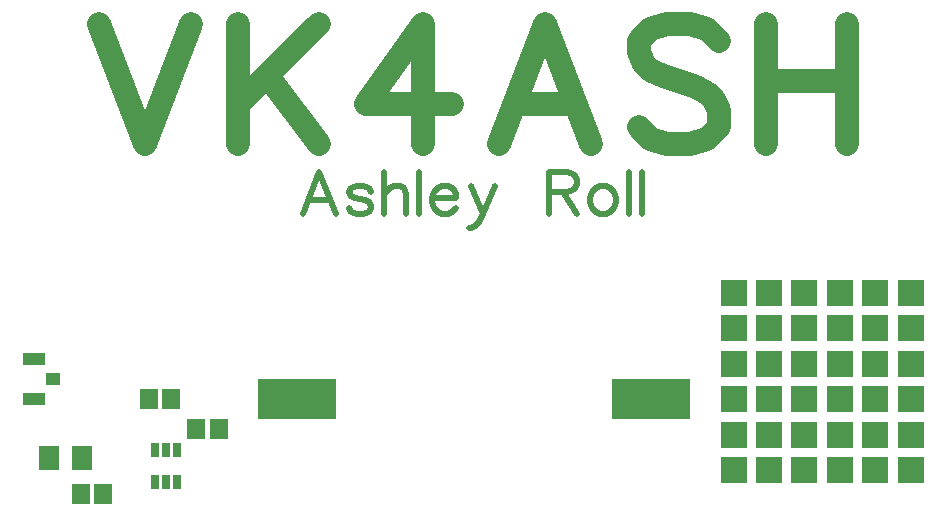
<source format=gbr>
G04 DipTrace 3.3.1.3*
G04 badge-TopMask.gbr*
%MOMM*%
G04 #@! TF.FileFunction,Soldermask,Top*
G04 #@! TF.Part,Single*
%ADD35R,0.8X1.3*%
%ADD37R,1.3X1.0*%
%ADD39R,1.9X1.0*%
%ADD41R,2.2X2.2*%
%ADD48R,1.8X2.0*%
%ADD50R,1.5X1.7*%
%ADD52R,6.7X3.4*%
%ADD56C,2.0*%
%ADD57C,0.54902*%
%FSLAX35Y35*%
G04*
G71*
G90*
G75*
G01*
G04 TopMask*
%LPD*%
D52*
X2800000Y1200000D3*
X5800000D3*
D50*
X1950000Y950000D3*
X2140000D3*
D48*
X700000Y700000D3*
X980000D3*
D41*
X6500000Y900000D3*
X6800000D3*
X7100000D3*
X7400000D3*
X7700000D3*
X8000000D3*
X6500000Y600000D3*
X6800000D3*
X7100000D3*
X7400000D3*
X7700000D3*
X8000000D3*
X6500000Y1500000D3*
X6800000D3*
X7100000D3*
X7400000D3*
X7700000D3*
X8000000D3*
X6500000Y1200000D3*
X6800000D3*
X7100000D3*
X7400000D3*
X7700000D3*
X8000000D3*
X6500000Y2100000D3*
X6800000D3*
X7100000D3*
X7400000D3*
X7700000D3*
X8000000D3*
X6500000Y1800000D3*
X6800000D3*
X7100000D3*
X7400000D3*
X7700000D3*
X8000000D3*
D50*
X975000Y400000D3*
X1165000D3*
X1550000Y1200000D3*
X1740000D3*
D39*
X575000D3*
Y1540000D3*
D37*
X740000Y1370000D3*
D35*
X1600000Y500000D3*
X1695000D3*
X1790000D3*
Y770000D3*
X1695000D3*
X1600000D3*
X1130393Y4378437D2*
D56*
X1518978Y3357561D1*
X1907563Y4378437D1*
X2307563D2*
Y3357561D1*
X2988147Y4378437D2*
X2307563Y3697853D1*
X2550147Y3941561D2*
X2988147Y3357561D1*
X3874439D2*
Y4377314D1*
X3388147Y3697853D1*
X4117024D1*
X5295316Y3357561D2*
X4905609Y4378437D1*
X4517024Y3357561D1*
X4663024Y3697853D2*
X5149316D1*
X6375901Y4232437D2*
X6279316Y4330145D1*
X6133316Y4378437D1*
X5939024D1*
X5793024Y4330145D1*
X5695316Y4232437D1*
Y4135853D1*
X5744732Y4038145D1*
X5793024Y3989853D1*
X5889609Y3941561D1*
X6181609Y3843853D1*
X6279316Y3795561D1*
X6327609Y3746145D1*
X6375901Y3649561D1*
Y3503561D1*
X6279316Y3406976D1*
X6133316Y3357561D1*
X5939024D1*
X5793024Y3406976D1*
X5695316Y3503561D1*
X6775901Y4378437D2*
Y3357561D1*
X7456486Y4378437D2*
Y3357561D1*
X6775901Y3892145D2*
X7456486D1*
X3130247Y2766690D2*
D57*
X2993849Y3123996D1*
X2857844Y2766690D1*
X2908944Y2885792D2*
X3079147D1*
X3427155Y2953794D2*
X3410253Y2987992D1*
X3359153Y3004894D1*
X3308053D1*
X3256953Y2987992D1*
X3240051Y2953794D1*
X3256953Y2919990D1*
X3291151Y2902694D1*
X3376055Y2885792D1*
X3410253Y2868890D1*
X3427155Y2834692D1*
Y2817790D1*
X3410253Y2783985D1*
X3359153Y2766690D1*
X3308053D1*
X3256953Y2783985D1*
X3240051Y2817790D1*
X3536959Y3123996D2*
Y2766690D1*
Y2936892D2*
X3588059Y2987992D1*
X3622257Y3004894D1*
X3673357D1*
X3707161Y2987992D1*
X3724064Y2936892D1*
Y2766690D1*
X3833868Y3123996D2*
Y2766690D1*
X3943672Y2902694D2*
X4147678D1*
Y2936892D1*
X4130776Y2971090D1*
X4113874Y2987992D1*
X4079676Y3004894D1*
X4028576D1*
X3994772Y2987992D1*
X3960574Y2953794D1*
X3943672Y2902694D1*
Y2868890D1*
X3960574Y2817790D1*
X3994772Y2783985D1*
X4028576Y2766690D1*
X4079676D1*
X4113874Y2783985D1*
X4147678Y2817790D1*
X4274778Y3004894D2*
X4376585Y2766690D1*
X4342780Y2698687D1*
X4308582Y2664490D1*
X4274778Y2647587D1*
X4257482D1*
X4478785Y3004894D2*
X4376585Y2766690D1*
X4934239Y2953794D2*
X5087146D1*
X5138246Y2971090D1*
X5155541Y2987992D1*
X5172443Y3021796D1*
Y3055994D1*
X5155541Y3089799D1*
X5138246Y3107094D1*
X5087146Y3123996D1*
X4934239D1*
Y2766690D1*
X5053341Y2953794D2*
X5172443Y2766690D1*
X5367152Y3004894D2*
X5333347Y2987992D1*
X5299150Y2953794D1*
X5282247Y2902694D1*
Y2868890D1*
X5299150Y2817790D1*
X5333347Y2783985D1*
X5367152Y2766690D1*
X5418252D1*
X5452450Y2783985D1*
X5486254Y2817790D1*
X5503550Y2868890D1*
Y2902694D1*
X5486254Y2953794D1*
X5452450Y2987992D1*
X5418252Y3004894D1*
X5367152D1*
X5613353Y3123996D2*
Y2766690D1*
X5723157Y3123996D2*
Y2766690D1*
M02*

</source>
